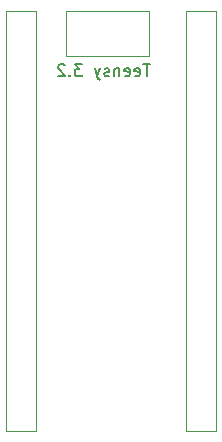
<source format=gbr>
G04 #@! TF.GenerationSoftware,KiCad,Pcbnew,(5.1.5-0-10_14)*
G04 #@! TF.CreationDate,2020-10-22T20:11:36+02:00*
G04 #@! TF.ProjectId,es_t4,65735f74-342e-46b6-9963-61645f706362,rev?*
G04 #@! TF.SameCoordinates,Original*
G04 #@! TF.FileFunction,Legend,Bot*
G04 #@! TF.FilePolarity,Positive*
%FSLAX46Y46*%
G04 Gerber Fmt 4.6, Leading zero omitted, Abs format (unit mm)*
G04 Created by KiCad (PCBNEW (5.1.5-0-10_14)) date 2020-10-22 20:11:36*
%MOMM*%
%LPD*%
G04 APERTURE LIST*
%ADD10C,0.150000*%
%ADD11C,0.120000*%
G04 APERTURE END LIST*
D10*
X145557380Y-74382380D02*
X144985952Y-74382380D01*
X145271666Y-75382380D02*
X145271666Y-74382380D01*
X144271666Y-75334761D02*
X144366904Y-75382380D01*
X144557380Y-75382380D01*
X144652619Y-75334761D01*
X144700238Y-75239523D01*
X144700238Y-74858571D01*
X144652619Y-74763333D01*
X144557380Y-74715714D01*
X144366904Y-74715714D01*
X144271666Y-74763333D01*
X144224047Y-74858571D01*
X144224047Y-74953809D01*
X144700238Y-75049047D01*
X143414523Y-75334761D02*
X143509761Y-75382380D01*
X143700238Y-75382380D01*
X143795476Y-75334761D01*
X143843095Y-75239523D01*
X143843095Y-74858571D01*
X143795476Y-74763333D01*
X143700238Y-74715714D01*
X143509761Y-74715714D01*
X143414523Y-74763333D01*
X143366904Y-74858571D01*
X143366904Y-74953809D01*
X143843095Y-75049047D01*
X142938333Y-74715714D02*
X142938333Y-75382380D01*
X142938333Y-74810952D02*
X142890714Y-74763333D01*
X142795476Y-74715714D01*
X142652619Y-74715714D01*
X142557380Y-74763333D01*
X142509761Y-74858571D01*
X142509761Y-75382380D01*
X142081190Y-75334761D02*
X141985952Y-75382380D01*
X141795476Y-75382380D01*
X141700238Y-75334761D01*
X141652619Y-75239523D01*
X141652619Y-75191904D01*
X141700238Y-75096666D01*
X141795476Y-75049047D01*
X141938333Y-75049047D01*
X142033571Y-75001428D01*
X142081190Y-74906190D01*
X142081190Y-74858571D01*
X142033571Y-74763333D01*
X141938333Y-74715714D01*
X141795476Y-74715714D01*
X141700238Y-74763333D01*
X141319285Y-74715714D02*
X141081190Y-75382380D01*
X140843095Y-74715714D02*
X141081190Y-75382380D01*
X141176428Y-75620476D01*
X141224047Y-75668095D01*
X141319285Y-75715714D01*
X139795476Y-74382380D02*
X139176428Y-74382380D01*
X139509761Y-74763333D01*
X139366904Y-74763333D01*
X139271666Y-74810952D01*
X139224047Y-74858571D01*
X139176428Y-74953809D01*
X139176428Y-75191904D01*
X139224047Y-75287142D01*
X139271666Y-75334761D01*
X139366904Y-75382380D01*
X139652619Y-75382380D01*
X139747857Y-75334761D01*
X139795476Y-75287142D01*
X138747857Y-75287142D02*
X138700238Y-75334761D01*
X138747857Y-75382380D01*
X138795476Y-75334761D01*
X138747857Y-75287142D01*
X138747857Y-75382380D01*
X138319285Y-74477619D02*
X138271666Y-74430000D01*
X138176428Y-74382380D01*
X137938333Y-74382380D01*
X137843095Y-74430000D01*
X137795476Y-74477619D01*
X137747857Y-74572857D01*
X137747857Y-74668095D01*
X137795476Y-74810952D01*
X138366904Y-75382380D01*
X137747857Y-75382380D01*
D11*
X145415000Y-69850000D02*
X138430000Y-69850000D01*
X145415000Y-73660000D02*
X145415000Y-69850000D01*
X138430000Y-73660000D02*
X145415000Y-73660000D01*
X138430000Y-69850000D02*
X138430000Y-73660000D01*
X148590000Y-105410000D02*
X148590000Y-69850000D01*
X151130000Y-105410000D02*
X148590000Y-105410000D01*
X151130000Y-69850000D02*
X151130000Y-105410000D01*
X148590000Y-69850000D02*
X151130000Y-69850000D01*
X133350000Y-105410000D02*
X133350000Y-69850000D01*
X135890000Y-105410000D02*
X133350000Y-105410000D01*
X135890000Y-69850000D02*
X135890000Y-105410000D01*
X133350000Y-69850000D02*
X135890000Y-69850000D01*
M02*

</source>
